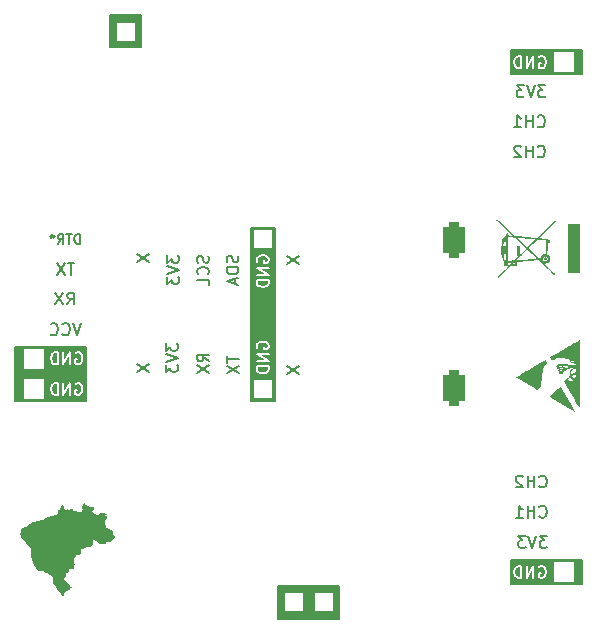
<source format=gbr>
%TF.GenerationSoftware,KiCad,Pcbnew,7.0.1*%
%TF.CreationDate,2023-05-06T15:11:30-03:00*%
%TF.ProjectId,Self_Balancing,53656c66-5f42-4616-9c61-6e63696e672e,rev?*%
%TF.SameCoordinates,Original*%
%TF.FileFunction,Legend,Bot*%
%TF.FilePolarity,Positive*%
%FSLAX46Y46*%
G04 Gerber Fmt 4.6, Leading zero omitted, Abs format (unit mm)*
G04 Created by KiCad (PCBNEW 7.0.1) date 2023-05-06 15:11:30*
%MOMM*%
%LPD*%
G01*
G04 APERTURE LIST*
G04 Aperture macros list*
%AMRoundRect*
0 Rectangle with rounded corners*
0 $1 Rounding radius*
0 $2 $3 $4 $5 $6 $7 $8 $9 X,Y pos of 4 corners*
0 Add a 4 corners polygon primitive as box body*
4,1,4,$2,$3,$4,$5,$6,$7,$8,$9,$2,$3,0*
0 Add four circle primitives for the rounded corners*
1,1,$1+$1,$2,$3*
1,1,$1+$1,$4,$5*
1,1,$1+$1,$6,$7*
1,1,$1+$1,$8,$9*
0 Add four rect primitives between the rounded corners*
20,1,$1+$1,$2,$3,$4,$5,0*
20,1,$1+$1,$4,$5,$6,$7,0*
20,1,$1+$1,$6,$7,$8,$9,0*
20,1,$1+$1,$8,$9,$2,$3,0*%
G04 Aperture macros list end*
%ADD10C,0.150000*%
%ADD11C,0.200000*%
%ADD12C,1.600000*%
%ADD13R,1.600000X1.600000*%
%ADD14C,1.524000*%
%ADD15R,1.524000X1.524000*%
%ADD16O,1.700000X1.700000*%
%ADD17R,1.700000X1.700000*%
%ADD18O,1.850000X3.048000*%
%ADD19RoundRect,0.462500X0.462500X-1.061500X0.462500X1.061500X-0.462500X1.061500X-0.462500X-1.061500X0*%
%ADD20O,1.600000X1.600000*%
G04 APERTURE END LIST*
D10*
X172300000Y-80125000D02*
X178300000Y-80125000D01*
X178300000Y-82175000D01*
X172300000Y-82175000D01*
X172300000Y-80125000D01*
G36*
X172300000Y-80125000D02*
G01*
X178300000Y-80125000D01*
X178300000Y-82175000D01*
X172300000Y-82175000D01*
X172300000Y-80125000D01*
G37*
X130300000Y-105274600D02*
X136300000Y-105274600D01*
X136300000Y-109850000D01*
X130300000Y-109850000D01*
X130300000Y-105274600D01*
G36*
X130300000Y-105274600D02*
G01*
X136300000Y-105274600D01*
X136300000Y-109850000D01*
X130300000Y-109850000D01*
X130300000Y-105274600D01*
G37*
X152600000Y-125550000D02*
X157750000Y-125550000D01*
X157750000Y-128300000D01*
X152600000Y-128300000D01*
X152600000Y-125550000D01*
G36*
X152600000Y-125550000D02*
G01*
X157750000Y-125550000D01*
X157750000Y-128300000D01*
X152600000Y-128300000D01*
X152600000Y-125550000D01*
G37*
X150300000Y-95200000D02*
X152300000Y-95200000D01*
X152300000Y-109850000D01*
X150300000Y-109850000D01*
X150300000Y-95200000D01*
G36*
X150300000Y-95200000D02*
G01*
X152300000Y-95200000D01*
X152300000Y-109850000D01*
X150300000Y-109850000D01*
X150300000Y-95200000D01*
G37*
X138350000Y-77200000D02*
X140950000Y-77200000D01*
X140950000Y-79900000D01*
X138350000Y-79900000D01*
X138350000Y-77200000D01*
G36*
X138350000Y-77200000D02*
G01*
X140950000Y-77200000D01*
X140950000Y-79900000D01*
X138350000Y-79900000D01*
X138350000Y-77200000D01*
G37*
X172300000Y-123300000D02*
X178300000Y-123300000D01*
X178300000Y-125350000D01*
X172300000Y-125350000D01*
X172300000Y-123300000D01*
G36*
X172300000Y-123300000D02*
G01*
X178300000Y-123300000D01*
X178300000Y-125350000D01*
X172300000Y-125350000D01*
X172300000Y-123300000D01*
G37*
D11*
X134716666Y-101662619D02*
X135049999Y-101186428D01*
X135288094Y-101662619D02*
X135288094Y-100662619D01*
X135288094Y-100662619D02*
X134907142Y-100662619D01*
X134907142Y-100662619D02*
X134811904Y-100710238D01*
X134811904Y-100710238D02*
X134764285Y-100757857D01*
X134764285Y-100757857D02*
X134716666Y-100853095D01*
X134716666Y-100853095D02*
X134716666Y-100995952D01*
X134716666Y-100995952D02*
X134764285Y-101091190D01*
X134764285Y-101091190D02*
X134811904Y-101138809D01*
X134811904Y-101138809D02*
X134907142Y-101186428D01*
X134907142Y-101186428D02*
X135288094Y-101186428D01*
X134383332Y-100662619D02*
X133716666Y-101662619D01*
X133716666Y-100662619D02*
X134383332Y-101662619D01*
D10*
X135769047Y-96520095D02*
X135769047Y-95720095D01*
X135769047Y-95720095D02*
X135578571Y-95720095D01*
X135578571Y-95720095D02*
X135464285Y-95758190D01*
X135464285Y-95758190D02*
X135388095Y-95834380D01*
X135388095Y-95834380D02*
X135350000Y-95910571D01*
X135350000Y-95910571D02*
X135311904Y-96062952D01*
X135311904Y-96062952D02*
X135311904Y-96177238D01*
X135311904Y-96177238D02*
X135350000Y-96329619D01*
X135350000Y-96329619D02*
X135388095Y-96405809D01*
X135388095Y-96405809D02*
X135464285Y-96482000D01*
X135464285Y-96482000D02*
X135578571Y-96520095D01*
X135578571Y-96520095D02*
X135769047Y-96520095D01*
X135083333Y-95720095D02*
X134626190Y-95720095D01*
X134854762Y-96520095D02*
X134854762Y-95720095D01*
X133902380Y-96520095D02*
X134169047Y-96139142D01*
X134359523Y-96520095D02*
X134359523Y-95720095D01*
X134359523Y-95720095D02*
X134054761Y-95720095D01*
X134054761Y-95720095D02*
X133978571Y-95758190D01*
X133978571Y-95758190D02*
X133940476Y-95796285D01*
X133940476Y-95796285D02*
X133902380Y-95872476D01*
X133902380Y-95872476D02*
X133902380Y-95986761D01*
X133902380Y-95986761D02*
X133940476Y-96062952D01*
X133940476Y-96062952D02*
X133978571Y-96101047D01*
X133978571Y-96101047D02*
X134054761Y-96139142D01*
X134054761Y-96139142D02*
X134359523Y-96139142D01*
X133445238Y-95720095D02*
X133445238Y-95910571D01*
X133635714Y-95834380D02*
X133445238Y-95910571D01*
X133445238Y-95910571D02*
X133254761Y-95834380D01*
X133559523Y-96062952D02*
X133445238Y-95910571D01*
X133445238Y-95910571D02*
X133330952Y-96062952D01*
D11*
X175188094Y-83112619D02*
X174569047Y-83112619D01*
X174569047Y-83112619D02*
X174902380Y-83493571D01*
X174902380Y-83493571D02*
X174759523Y-83493571D01*
X174759523Y-83493571D02*
X174664285Y-83541190D01*
X174664285Y-83541190D02*
X174616666Y-83588809D01*
X174616666Y-83588809D02*
X174569047Y-83684047D01*
X174569047Y-83684047D02*
X174569047Y-83922142D01*
X174569047Y-83922142D02*
X174616666Y-84017380D01*
X174616666Y-84017380D02*
X174664285Y-84065000D01*
X174664285Y-84065000D02*
X174759523Y-84112619D01*
X174759523Y-84112619D02*
X175045237Y-84112619D01*
X175045237Y-84112619D02*
X175140475Y-84065000D01*
X175140475Y-84065000D02*
X175188094Y-84017380D01*
X174283332Y-83112619D02*
X173949999Y-84112619D01*
X173949999Y-84112619D02*
X173616666Y-83112619D01*
X173378570Y-83112619D02*
X172759523Y-83112619D01*
X172759523Y-83112619D02*
X173092856Y-83493571D01*
X173092856Y-83493571D02*
X172949999Y-83493571D01*
X172949999Y-83493571D02*
X172854761Y-83541190D01*
X172854761Y-83541190D02*
X172807142Y-83588809D01*
X172807142Y-83588809D02*
X172759523Y-83684047D01*
X172759523Y-83684047D02*
X172759523Y-83922142D01*
X172759523Y-83922142D02*
X172807142Y-84017380D01*
X172807142Y-84017380D02*
X172854761Y-84065000D01*
X172854761Y-84065000D02*
X172949999Y-84112619D01*
X172949999Y-84112619D02*
X173235713Y-84112619D01*
X173235713Y-84112619D02*
X173330951Y-84065000D01*
X173330951Y-84065000D02*
X173378570Y-84017380D01*
X143062619Y-104961905D02*
X143062619Y-105580952D01*
X143062619Y-105580952D02*
X143443571Y-105247619D01*
X143443571Y-105247619D02*
X143443571Y-105390476D01*
X143443571Y-105390476D02*
X143491190Y-105485714D01*
X143491190Y-105485714D02*
X143538809Y-105533333D01*
X143538809Y-105533333D02*
X143634047Y-105580952D01*
X143634047Y-105580952D02*
X143872142Y-105580952D01*
X143872142Y-105580952D02*
X143967380Y-105533333D01*
X143967380Y-105533333D02*
X144015000Y-105485714D01*
X144015000Y-105485714D02*
X144062619Y-105390476D01*
X144062619Y-105390476D02*
X144062619Y-105104762D01*
X144062619Y-105104762D02*
X144015000Y-105009524D01*
X144015000Y-105009524D02*
X143967380Y-104961905D01*
X143062619Y-105866667D02*
X144062619Y-106200000D01*
X144062619Y-106200000D02*
X143062619Y-106533333D01*
X143062619Y-106771429D02*
X143062619Y-107390476D01*
X143062619Y-107390476D02*
X143443571Y-107057143D01*
X143443571Y-107057143D02*
X143443571Y-107200000D01*
X143443571Y-107200000D02*
X143491190Y-107295238D01*
X143491190Y-107295238D02*
X143538809Y-107342857D01*
X143538809Y-107342857D02*
X143634047Y-107390476D01*
X143634047Y-107390476D02*
X143872142Y-107390476D01*
X143872142Y-107390476D02*
X143967380Y-107342857D01*
X143967380Y-107342857D02*
X144015000Y-107295238D01*
X144015000Y-107295238D02*
X144062619Y-107200000D01*
X144062619Y-107200000D02*
X144062619Y-106914286D01*
X144062619Y-106914286D02*
X144015000Y-106819048D01*
X144015000Y-106819048D02*
X143967380Y-106771429D01*
X146712619Y-106483333D02*
X146236428Y-106150000D01*
X146712619Y-105911905D02*
X145712619Y-105911905D01*
X145712619Y-105911905D02*
X145712619Y-106292857D01*
X145712619Y-106292857D02*
X145760238Y-106388095D01*
X145760238Y-106388095D02*
X145807857Y-106435714D01*
X145807857Y-106435714D02*
X145903095Y-106483333D01*
X145903095Y-106483333D02*
X146045952Y-106483333D01*
X146045952Y-106483333D02*
X146141190Y-106435714D01*
X146141190Y-106435714D02*
X146188809Y-106388095D01*
X146188809Y-106388095D02*
X146236428Y-106292857D01*
X146236428Y-106292857D02*
X146236428Y-105911905D01*
X145712619Y-106816667D02*
X146712619Y-107483333D01*
X145712619Y-107483333D02*
X146712619Y-106816667D01*
X148262619Y-106038095D02*
X148262619Y-106609523D01*
X149262619Y-106323809D02*
X148262619Y-106323809D01*
X148262619Y-106847619D02*
X149262619Y-107514285D01*
X148262619Y-107514285D02*
X149262619Y-106847619D01*
X140612619Y-106716667D02*
X141612619Y-107383333D01*
X140612619Y-107383333D02*
X141612619Y-106716667D01*
X149165000Y-97535714D02*
X149212619Y-97678571D01*
X149212619Y-97678571D02*
X149212619Y-97916666D01*
X149212619Y-97916666D02*
X149165000Y-98011904D01*
X149165000Y-98011904D02*
X149117380Y-98059523D01*
X149117380Y-98059523D02*
X149022142Y-98107142D01*
X149022142Y-98107142D02*
X148926904Y-98107142D01*
X148926904Y-98107142D02*
X148831666Y-98059523D01*
X148831666Y-98059523D02*
X148784047Y-98011904D01*
X148784047Y-98011904D02*
X148736428Y-97916666D01*
X148736428Y-97916666D02*
X148688809Y-97726190D01*
X148688809Y-97726190D02*
X148641190Y-97630952D01*
X148641190Y-97630952D02*
X148593571Y-97583333D01*
X148593571Y-97583333D02*
X148498333Y-97535714D01*
X148498333Y-97535714D02*
X148403095Y-97535714D01*
X148403095Y-97535714D02*
X148307857Y-97583333D01*
X148307857Y-97583333D02*
X148260238Y-97630952D01*
X148260238Y-97630952D02*
X148212619Y-97726190D01*
X148212619Y-97726190D02*
X148212619Y-97964285D01*
X148212619Y-97964285D02*
X148260238Y-98107142D01*
X149212619Y-98535714D02*
X148212619Y-98535714D01*
X148212619Y-98535714D02*
X148212619Y-98773809D01*
X148212619Y-98773809D02*
X148260238Y-98916666D01*
X148260238Y-98916666D02*
X148355476Y-99011904D01*
X148355476Y-99011904D02*
X148450714Y-99059523D01*
X148450714Y-99059523D02*
X148641190Y-99107142D01*
X148641190Y-99107142D02*
X148784047Y-99107142D01*
X148784047Y-99107142D02*
X148974523Y-99059523D01*
X148974523Y-99059523D02*
X149069761Y-99011904D01*
X149069761Y-99011904D02*
X149165000Y-98916666D01*
X149165000Y-98916666D02*
X149212619Y-98773809D01*
X149212619Y-98773809D02*
X149212619Y-98535714D01*
X148926904Y-99488095D02*
X148926904Y-99964285D01*
X149212619Y-99392857D02*
X148212619Y-99726190D01*
X148212619Y-99726190D02*
X149212619Y-100059523D01*
X174690476Y-119617380D02*
X174738095Y-119665000D01*
X174738095Y-119665000D02*
X174880952Y-119712619D01*
X174880952Y-119712619D02*
X174976190Y-119712619D01*
X174976190Y-119712619D02*
X175119047Y-119665000D01*
X175119047Y-119665000D02*
X175214285Y-119569761D01*
X175214285Y-119569761D02*
X175261904Y-119474523D01*
X175261904Y-119474523D02*
X175309523Y-119284047D01*
X175309523Y-119284047D02*
X175309523Y-119141190D01*
X175309523Y-119141190D02*
X175261904Y-118950714D01*
X175261904Y-118950714D02*
X175214285Y-118855476D01*
X175214285Y-118855476D02*
X175119047Y-118760238D01*
X175119047Y-118760238D02*
X174976190Y-118712619D01*
X174976190Y-118712619D02*
X174880952Y-118712619D01*
X174880952Y-118712619D02*
X174738095Y-118760238D01*
X174738095Y-118760238D02*
X174690476Y-118807857D01*
X174261904Y-119712619D02*
X174261904Y-118712619D01*
X174261904Y-119188809D02*
X173690476Y-119188809D01*
X173690476Y-119712619D02*
X173690476Y-118712619D01*
X172690476Y-119712619D02*
X173261904Y-119712619D01*
X172976190Y-119712619D02*
X172976190Y-118712619D01*
X172976190Y-118712619D02*
X173071428Y-118855476D01*
X173071428Y-118855476D02*
X173166666Y-118950714D01*
X173166666Y-118950714D02*
X173261904Y-118998333D01*
X174690476Y-117067380D02*
X174738095Y-117115000D01*
X174738095Y-117115000D02*
X174880952Y-117162619D01*
X174880952Y-117162619D02*
X174976190Y-117162619D01*
X174976190Y-117162619D02*
X175119047Y-117115000D01*
X175119047Y-117115000D02*
X175214285Y-117019761D01*
X175214285Y-117019761D02*
X175261904Y-116924523D01*
X175261904Y-116924523D02*
X175309523Y-116734047D01*
X175309523Y-116734047D02*
X175309523Y-116591190D01*
X175309523Y-116591190D02*
X175261904Y-116400714D01*
X175261904Y-116400714D02*
X175214285Y-116305476D01*
X175214285Y-116305476D02*
X175119047Y-116210238D01*
X175119047Y-116210238D02*
X174976190Y-116162619D01*
X174976190Y-116162619D02*
X174880952Y-116162619D01*
X174880952Y-116162619D02*
X174738095Y-116210238D01*
X174738095Y-116210238D02*
X174690476Y-116257857D01*
X174261904Y-117162619D02*
X174261904Y-116162619D01*
X174261904Y-116638809D02*
X173690476Y-116638809D01*
X173690476Y-117162619D02*
X173690476Y-116162619D01*
X173261904Y-116257857D02*
X173214285Y-116210238D01*
X173214285Y-116210238D02*
X173119047Y-116162619D01*
X173119047Y-116162619D02*
X172880952Y-116162619D01*
X172880952Y-116162619D02*
X172785714Y-116210238D01*
X172785714Y-116210238D02*
X172738095Y-116257857D01*
X172738095Y-116257857D02*
X172690476Y-116353095D01*
X172690476Y-116353095D02*
X172690476Y-116448333D01*
X172690476Y-116448333D02*
X172738095Y-116591190D01*
X172738095Y-116591190D02*
X173309523Y-117162619D01*
X173309523Y-117162619D02*
X172690476Y-117162619D01*
X135883332Y-103262619D02*
X135549999Y-104262619D01*
X135549999Y-104262619D02*
X135216666Y-103262619D01*
X134311904Y-104167380D02*
X134359523Y-104215000D01*
X134359523Y-104215000D02*
X134502380Y-104262619D01*
X134502380Y-104262619D02*
X134597618Y-104262619D01*
X134597618Y-104262619D02*
X134740475Y-104215000D01*
X134740475Y-104215000D02*
X134835713Y-104119761D01*
X134835713Y-104119761D02*
X134883332Y-104024523D01*
X134883332Y-104024523D02*
X134930951Y-103834047D01*
X134930951Y-103834047D02*
X134930951Y-103691190D01*
X134930951Y-103691190D02*
X134883332Y-103500714D01*
X134883332Y-103500714D02*
X134835713Y-103405476D01*
X134835713Y-103405476D02*
X134740475Y-103310238D01*
X134740475Y-103310238D02*
X134597618Y-103262619D01*
X134597618Y-103262619D02*
X134502380Y-103262619D01*
X134502380Y-103262619D02*
X134359523Y-103310238D01*
X134359523Y-103310238D02*
X134311904Y-103357857D01*
X133311904Y-104167380D02*
X133359523Y-104215000D01*
X133359523Y-104215000D02*
X133502380Y-104262619D01*
X133502380Y-104262619D02*
X133597618Y-104262619D01*
X133597618Y-104262619D02*
X133740475Y-104215000D01*
X133740475Y-104215000D02*
X133835713Y-104119761D01*
X133835713Y-104119761D02*
X133883332Y-104024523D01*
X133883332Y-104024523D02*
X133930951Y-103834047D01*
X133930951Y-103834047D02*
X133930951Y-103691190D01*
X133930951Y-103691190D02*
X133883332Y-103500714D01*
X133883332Y-103500714D02*
X133835713Y-103405476D01*
X133835713Y-103405476D02*
X133740475Y-103310238D01*
X133740475Y-103310238D02*
X133597618Y-103262619D01*
X133597618Y-103262619D02*
X133502380Y-103262619D01*
X133502380Y-103262619D02*
X133359523Y-103310238D01*
X133359523Y-103310238D02*
X133311904Y-103357857D01*
X174540476Y-86567380D02*
X174588095Y-86615000D01*
X174588095Y-86615000D02*
X174730952Y-86662619D01*
X174730952Y-86662619D02*
X174826190Y-86662619D01*
X174826190Y-86662619D02*
X174969047Y-86615000D01*
X174969047Y-86615000D02*
X175064285Y-86519761D01*
X175064285Y-86519761D02*
X175111904Y-86424523D01*
X175111904Y-86424523D02*
X175159523Y-86234047D01*
X175159523Y-86234047D02*
X175159523Y-86091190D01*
X175159523Y-86091190D02*
X175111904Y-85900714D01*
X175111904Y-85900714D02*
X175064285Y-85805476D01*
X175064285Y-85805476D02*
X174969047Y-85710238D01*
X174969047Y-85710238D02*
X174826190Y-85662619D01*
X174826190Y-85662619D02*
X174730952Y-85662619D01*
X174730952Y-85662619D02*
X174588095Y-85710238D01*
X174588095Y-85710238D02*
X174540476Y-85757857D01*
X174111904Y-86662619D02*
X174111904Y-85662619D01*
X174111904Y-86138809D02*
X173540476Y-86138809D01*
X173540476Y-86662619D02*
X173540476Y-85662619D01*
X172540476Y-86662619D02*
X173111904Y-86662619D01*
X172826190Y-86662619D02*
X172826190Y-85662619D01*
X172826190Y-85662619D02*
X172921428Y-85805476D01*
X172921428Y-85805476D02*
X173016666Y-85900714D01*
X173016666Y-85900714D02*
X173111904Y-85948333D01*
X146665000Y-97559524D02*
X146712619Y-97702381D01*
X146712619Y-97702381D02*
X146712619Y-97940476D01*
X146712619Y-97940476D02*
X146665000Y-98035714D01*
X146665000Y-98035714D02*
X146617380Y-98083333D01*
X146617380Y-98083333D02*
X146522142Y-98130952D01*
X146522142Y-98130952D02*
X146426904Y-98130952D01*
X146426904Y-98130952D02*
X146331666Y-98083333D01*
X146331666Y-98083333D02*
X146284047Y-98035714D01*
X146284047Y-98035714D02*
X146236428Y-97940476D01*
X146236428Y-97940476D02*
X146188809Y-97750000D01*
X146188809Y-97750000D02*
X146141190Y-97654762D01*
X146141190Y-97654762D02*
X146093571Y-97607143D01*
X146093571Y-97607143D02*
X145998333Y-97559524D01*
X145998333Y-97559524D02*
X145903095Y-97559524D01*
X145903095Y-97559524D02*
X145807857Y-97607143D01*
X145807857Y-97607143D02*
X145760238Y-97654762D01*
X145760238Y-97654762D02*
X145712619Y-97750000D01*
X145712619Y-97750000D02*
X145712619Y-97988095D01*
X145712619Y-97988095D02*
X145760238Y-98130952D01*
X146617380Y-99130952D02*
X146665000Y-99083333D01*
X146665000Y-99083333D02*
X146712619Y-98940476D01*
X146712619Y-98940476D02*
X146712619Y-98845238D01*
X146712619Y-98845238D02*
X146665000Y-98702381D01*
X146665000Y-98702381D02*
X146569761Y-98607143D01*
X146569761Y-98607143D02*
X146474523Y-98559524D01*
X146474523Y-98559524D02*
X146284047Y-98511905D01*
X146284047Y-98511905D02*
X146141190Y-98511905D01*
X146141190Y-98511905D02*
X145950714Y-98559524D01*
X145950714Y-98559524D02*
X145855476Y-98607143D01*
X145855476Y-98607143D02*
X145760238Y-98702381D01*
X145760238Y-98702381D02*
X145712619Y-98845238D01*
X145712619Y-98845238D02*
X145712619Y-98940476D01*
X145712619Y-98940476D02*
X145760238Y-99083333D01*
X145760238Y-99083333D02*
X145807857Y-99130952D01*
X146712619Y-100035714D02*
X146712619Y-99559524D01*
X146712619Y-99559524D02*
X145712619Y-99559524D01*
X140612619Y-97416667D02*
X141612619Y-98083333D01*
X140612619Y-98083333D02*
X141612619Y-97416667D01*
X153312619Y-97566667D02*
X154312619Y-98233333D01*
X153312619Y-98233333D02*
X154312619Y-97566667D01*
X135311904Y-98162619D02*
X134740476Y-98162619D01*
X135026190Y-99162619D02*
X135026190Y-98162619D01*
X134502380Y-98162619D02*
X133835714Y-99162619D01*
X133835714Y-98162619D02*
X134502380Y-99162619D01*
X174540476Y-89117380D02*
X174588095Y-89165000D01*
X174588095Y-89165000D02*
X174730952Y-89212619D01*
X174730952Y-89212619D02*
X174826190Y-89212619D01*
X174826190Y-89212619D02*
X174969047Y-89165000D01*
X174969047Y-89165000D02*
X175064285Y-89069761D01*
X175064285Y-89069761D02*
X175111904Y-88974523D01*
X175111904Y-88974523D02*
X175159523Y-88784047D01*
X175159523Y-88784047D02*
X175159523Y-88641190D01*
X175159523Y-88641190D02*
X175111904Y-88450714D01*
X175111904Y-88450714D02*
X175064285Y-88355476D01*
X175064285Y-88355476D02*
X174969047Y-88260238D01*
X174969047Y-88260238D02*
X174826190Y-88212619D01*
X174826190Y-88212619D02*
X174730952Y-88212619D01*
X174730952Y-88212619D02*
X174588095Y-88260238D01*
X174588095Y-88260238D02*
X174540476Y-88307857D01*
X174111904Y-89212619D02*
X174111904Y-88212619D01*
X174111904Y-88688809D02*
X173540476Y-88688809D01*
X173540476Y-89212619D02*
X173540476Y-88212619D01*
X173111904Y-88307857D02*
X173064285Y-88260238D01*
X173064285Y-88260238D02*
X172969047Y-88212619D01*
X172969047Y-88212619D02*
X172730952Y-88212619D01*
X172730952Y-88212619D02*
X172635714Y-88260238D01*
X172635714Y-88260238D02*
X172588095Y-88307857D01*
X172588095Y-88307857D02*
X172540476Y-88403095D01*
X172540476Y-88403095D02*
X172540476Y-88498333D01*
X172540476Y-88498333D02*
X172588095Y-88641190D01*
X172588095Y-88641190D02*
X173159523Y-89212619D01*
X173159523Y-89212619D02*
X172540476Y-89212619D01*
X143162619Y-97511905D02*
X143162619Y-98130952D01*
X143162619Y-98130952D02*
X143543571Y-97797619D01*
X143543571Y-97797619D02*
X143543571Y-97940476D01*
X143543571Y-97940476D02*
X143591190Y-98035714D01*
X143591190Y-98035714D02*
X143638809Y-98083333D01*
X143638809Y-98083333D02*
X143734047Y-98130952D01*
X143734047Y-98130952D02*
X143972142Y-98130952D01*
X143972142Y-98130952D02*
X144067380Y-98083333D01*
X144067380Y-98083333D02*
X144115000Y-98035714D01*
X144115000Y-98035714D02*
X144162619Y-97940476D01*
X144162619Y-97940476D02*
X144162619Y-97654762D01*
X144162619Y-97654762D02*
X144115000Y-97559524D01*
X144115000Y-97559524D02*
X144067380Y-97511905D01*
X143162619Y-98416667D02*
X144162619Y-98750000D01*
X144162619Y-98750000D02*
X143162619Y-99083333D01*
X143162619Y-99321429D02*
X143162619Y-99940476D01*
X143162619Y-99940476D02*
X143543571Y-99607143D01*
X143543571Y-99607143D02*
X143543571Y-99750000D01*
X143543571Y-99750000D02*
X143591190Y-99845238D01*
X143591190Y-99845238D02*
X143638809Y-99892857D01*
X143638809Y-99892857D02*
X143734047Y-99940476D01*
X143734047Y-99940476D02*
X143972142Y-99940476D01*
X143972142Y-99940476D02*
X144067380Y-99892857D01*
X144067380Y-99892857D02*
X144115000Y-99845238D01*
X144115000Y-99845238D02*
X144162619Y-99750000D01*
X144162619Y-99750000D02*
X144162619Y-99464286D01*
X144162619Y-99464286D02*
X144115000Y-99369048D01*
X144115000Y-99369048D02*
X144067380Y-99321429D01*
X175338094Y-121262619D02*
X174719047Y-121262619D01*
X174719047Y-121262619D02*
X175052380Y-121643571D01*
X175052380Y-121643571D02*
X174909523Y-121643571D01*
X174909523Y-121643571D02*
X174814285Y-121691190D01*
X174814285Y-121691190D02*
X174766666Y-121738809D01*
X174766666Y-121738809D02*
X174719047Y-121834047D01*
X174719047Y-121834047D02*
X174719047Y-122072142D01*
X174719047Y-122072142D02*
X174766666Y-122167380D01*
X174766666Y-122167380D02*
X174814285Y-122215000D01*
X174814285Y-122215000D02*
X174909523Y-122262619D01*
X174909523Y-122262619D02*
X175195237Y-122262619D01*
X175195237Y-122262619D02*
X175290475Y-122215000D01*
X175290475Y-122215000D02*
X175338094Y-122167380D01*
X174433332Y-121262619D02*
X174099999Y-122262619D01*
X174099999Y-122262619D02*
X173766666Y-121262619D01*
X173528570Y-121262619D02*
X172909523Y-121262619D01*
X172909523Y-121262619D02*
X173242856Y-121643571D01*
X173242856Y-121643571D02*
X173099999Y-121643571D01*
X173099999Y-121643571D02*
X173004761Y-121691190D01*
X173004761Y-121691190D02*
X172957142Y-121738809D01*
X172957142Y-121738809D02*
X172909523Y-121834047D01*
X172909523Y-121834047D02*
X172909523Y-122072142D01*
X172909523Y-122072142D02*
X172957142Y-122167380D01*
X172957142Y-122167380D02*
X173004761Y-122215000D01*
X173004761Y-122215000D02*
X173099999Y-122262619D01*
X173099999Y-122262619D02*
X173385713Y-122262619D01*
X173385713Y-122262619D02*
X173480951Y-122215000D01*
X173480951Y-122215000D02*
X173528570Y-122167380D01*
X153312619Y-106866667D02*
X154312619Y-107533333D01*
X153312619Y-107533333D02*
X154312619Y-106866667D01*
%TO.C,G\u002A\u002A\u002A*%
G36*
X136177535Y-118497402D02*
G01*
X136195876Y-118515713D01*
X136211826Y-118555433D01*
X136230646Y-118601175D01*
X136260102Y-118637489D01*
X136300329Y-118656210D01*
X136311980Y-118660136D01*
X136347892Y-118678720D01*
X136385390Y-118704600D01*
X136401633Y-118716168D01*
X136451449Y-118743171D01*
X136502412Y-118762117D01*
X136523714Y-118768391D01*
X136580982Y-118789298D01*
X136633294Y-118812947D01*
X136655924Y-118824482D01*
X136687179Y-118837878D01*
X136715375Y-118843455D01*
X136747521Y-118841230D01*
X136790621Y-118831218D01*
X136851683Y-118813435D01*
X136900057Y-118800060D01*
X136965581Y-118786236D01*
X137016363Y-118781142D01*
X137049188Y-118785012D01*
X137060844Y-118798083D01*
X137057540Y-118809284D01*
X137038240Y-118834660D01*
X137008952Y-118859851D01*
X136978100Y-118876839D01*
X136970196Y-118880370D01*
X136959927Y-118895467D01*
X136963062Y-118925746D01*
X136966855Y-118957824D01*
X136964239Y-119011406D01*
X136953535Y-119062555D01*
X136936523Y-119099611D01*
X136925953Y-119109605D01*
X136893466Y-119129251D01*
X136852136Y-119146632D01*
X136786274Y-119168928D01*
X136894146Y-119279728D01*
X136897578Y-119283247D01*
X136951379Y-119336230D01*
X136994220Y-119372941D01*
X137031190Y-119397301D01*
X137067380Y-119413233D01*
X137106347Y-119427025D01*
X137163897Y-119447874D01*
X137220079Y-119468642D01*
X137307414Y-119501345D01*
X137370309Y-119467863D01*
X137395588Y-119455065D01*
X137429424Y-119440181D01*
X137449400Y-119434382D01*
X137462692Y-119424485D01*
X137473444Y-119398432D01*
X137476633Y-119384640D01*
X137500784Y-119314737D01*
X137532938Y-119269633D01*
X137544481Y-119259990D01*
X137558633Y-119255629D01*
X137575942Y-119265267D01*
X137604007Y-119291215D01*
X137618528Y-119305014D01*
X137642004Y-119323448D01*
X137659271Y-119326779D01*
X137678293Y-119317865D01*
X137698444Y-119308955D01*
X137710823Y-119311679D01*
X137718872Y-119329826D01*
X137733539Y-119345376D01*
X137758407Y-119355103D01*
X137798790Y-119360895D01*
X137860003Y-119364637D01*
X137884782Y-119365858D01*
X137943301Y-119369405D01*
X137993151Y-119373291D01*
X138025604Y-119376872D01*
X138049648Y-119381534D01*
X138062609Y-119390826D01*
X138066396Y-119411710D01*
X138064822Y-119451438D01*
X138060896Y-119519353D01*
X138003512Y-119514999D01*
X137990278Y-119514273D01*
X137950603Y-119518560D01*
X137932265Y-119535541D01*
X137933321Y-119566648D01*
X137933415Y-119566997D01*
X137950947Y-119587526D01*
X137991312Y-119599675D01*
X137997835Y-119600857D01*
X138039278Y-119613544D01*
X138071220Y-119630909D01*
X138073587Y-119632834D01*
X138087845Y-119646643D01*
X138093236Y-119662294D01*
X138090471Y-119687593D01*
X138080258Y-119730347D01*
X138079423Y-119733620D01*
X138064950Y-119779697D01*
X138048457Y-119807285D01*
X138025765Y-119823530D01*
X138013070Y-119831337D01*
X137986759Y-119862371D01*
X137962167Y-119915119D01*
X137958344Y-119925246D01*
X137949529Y-119950700D01*
X137943518Y-119975015D01*
X137940126Y-120002730D01*
X137939169Y-120038382D01*
X137940464Y-120086510D01*
X137943827Y-120151651D01*
X137949074Y-120238344D01*
X137954099Y-120315334D01*
X137959712Y-120393238D01*
X137965142Y-120461157D01*
X137969957Y-120513719D01*
X137973726Y-120545550D01*
X137983002Y-120604376D01*
X138049164Y-120600102D01*
X138052310Y-120599905D01*
X138095569Y-120599997D01*
X138126296Y-120609112D01*
X138156848Y-120630768D01*
X138166400Y-120638034D01*
X138214913Y-120663403D01*
X138273432Y-120681294D01*
X138305288Y-120689697D01*
X138372261Y-120718278D01*
X138449212Y-120765012D01*
X138475056Y-120782709D01*
X138514708Y-120812025D01*
X138538819Y-120835088D01*
X138552003Y-120856825D01*
X138558872Y-120882167D01*
X138559399Y-120884910D01*
X138572943Y-120928504D01*
X138592146Y-120965890D01*
X138607569Y-120992653D01*
X138614912Y-121035568D01*
X138597287Y-121075758D01*
X138593204Y-121081379D01*
X138578393Y-121115525D01*
X138588226Y-121141263D01*
X138623136Y-121160000D01*
X138626154Y-121161011D01*
X138674142Y-121183910D01*
X138700158Y-121214571D01*
X138707988Y-121257338D01*
X138707993Y-121258339D01*
X138713898Y-121293094D01*
X138727597Y-121316831D01*
X138738127Y-121327874D01*
X138747205Y-121347732D01*
X138745704Y-121356000D01*
X138730514Y-121386498D01*
X138702769Y-121426433D01*
X138667193Y-121469865D01*
X138628512Y-121510857D01*
X138591452Y-121543469D01*
X138585949Y-121547697D01*
X138543215Y-121584814D01*
X138521386Y-121616121D01*
X138518174Y-121646904D01*
X138531292Y-121682445D01*
X138543140Y-121707617D01*
X138544142Y-121722380D01*
X138531936Y-121730262D01*
X138511697Y-121733252D01*
X138478699Y-121729655D01*
X138466192Y-121727292D01*
X138411216Y-121730878D01*
X138357839Y-121752627D01*
X138317075Y-121788530D01*
X138306193Y-121802724D01*
X138287505Y-121819781D01*
X138264389Y-121824391D01*
X138226231Y-121820261D01*
X138162661Y-121803796D01*
X138102685Y-121770426D01*
X138041991Y-121716407D01*
X138025990Y-121700319D01*
X138002144Y-121678390D01*
X137989596Y-121669791D01*
X137987501Y-121674715D01*
X137984358Y-121700408D01*
X137981809Y-121743121D01*
X137980266Y-121797248D01*
X137979412Y-121827776D01*
X137975814Y-121885328D01*
X137970343Y-121932779D01*
X137963802Y-121962106D01*
X137953448Y-121983979D01*
X137937210Y-121994055D01*
X137907065Y-121990309D01*
X137906981Y-121990291D01*
X137877526Y-121986043D01*
X137828744Y-121981278D01*
X137767397Y-121976575D01*
X137700245Y-121972518D01*
X137660372Y-121970338D01*
X137602052Y-121966231D01*
X137561020Y-121961131D01*
X137531495Y-121953848D01*
X137507698Y-121943193D01*
X137483845Y-121927974D01*
X137467326Y-121917276D01*
X137432641Y-121899179D01*
X137407987Y-121892024D01*
X137394707Y-121886443D01*
X137365588Y-121865214D01*
X137327256Y-121831827D01*
X137284500Y-121790228D01*
X137248931Y-121754466D01*
X137209738Y-121718392D01*
X137176874Y-121694320D01*
X137143980Y-121677801D01*
X137104697Y-121664383D01*
X137066313Y-121654143D01*
X137014395Y-121643494D01*
X136973971Y-121638722D01*
X136923582Y-121637109D01*
X136921318Y-121709008D01*
X136921296Y-121709683D01*
X136918579Y-121760069D01*
X136913708Y-121822765D01*
X136907721Y-121884362D01*
X136896389Y-121987816D01*
X136818478Y-122059305D01*
X136769063Y-122101528D01*
X136698984Y-122148150D01*
X136636180Y-122171851D01*
X136579032Y-122173401D01*
X136539145Y-122170554D01*
X136481102Y-122177051D01*
X136428879Y-122193561D01*
X136392367Y-122217734D01*
X136367325Y-122235586D01*
X136332796Y-122244984D01*
X136332783Y-122244984D01*
X136304349Y-122251259D01*
X136262681Y-122267696D01*
X136216796Y-122290738D01*
X136196872Y-122301608D01*
X136149780Y-122323247D01*
X136107832Y-122333745D01*
X136059371Y-122336492D01*
X136013939Y-122338649D01*
X135973102Y-122348772D01*
X135934956Y-122370315D01*
X135934175Y-122370856D01*
X135907577Y-122391354D01*
X135892018Y-122412041D01*
X135883271Y-122441552D01*
X135877113Y-122488522D01*
X135874077Y-122529162D01*
X135873347Y-122583199D01*
X135876416Y-122625061D01*
X135879617Y-122656316D01*
X135873519Y-122682740D01*
X135852841Y-122706794D01*
X135840168Y-122720891D01*
X135821767Y-122758256D01*
X135809875Y-122814224D01*
X135806396Y-122843077D01*
X135802908Y-122864378D01*
X135795748Y-122878610D01*
X135781172Y-122886826D01*
X135755438Y-122890079D01*
X135714800Y-122889420D01*
X135655515Y-122885904D01*
X135573840Y-122880581D01*
X135426773Y-122871401D01*
X135426773Y-122951375D01*
X135426494Y-122986397D01*
X135423482Y-123013279D01*
X135414417Y-123035769D01*
X135395975Y-123059363D01*
X135364835Y-123089558D01*
X135317675Y-123131848D01*
X135288450Y-123169838D01*
X135268812Y-123230942D01*
X135265848Y-123305879D01*
X135279632Y-123391157D01*
X135310240Y-123483285D01*
X135317121Y-123502072D01*
X135320734Y-123534274D01*
X135310681Y-123572456D01*
X135301528Y-123602196D01*
X135302272Y-123624225D01*
X135315920Y-123644040D01*
X135324840Y-123654737D01*
X135331436Y-123670797D01*
X135328576Y-123693349D01*
X135316297Y-123731348D01*
X135312654Y-123743118D01*
X135301914Y-123791898D01*
X135292720Y-123852884D01*
X135286747Y-123915635D01*
X135285269Y-123937818D01*
X135280539Y-123989704D01*
X135274343Y-124022959D01*
X135265284Y-124043230D01*
X135251963Y-124056165D01*
X135246695Y-124059179D01*
X135212371Y-124068635D01*
X135162862Y-124074040D01*
X135106374Y-124075412D01*
X135051114Y-124072772D01*
X135005286Y-124066137D01*
X134977097Y-124055526D01*
X134963750Y-124046779D01*
X134944258Y-124044506D01*
X134916774Y-124057714D01*
X134913112Y-124059934D01*
X134880075Y-124087761D01*
X134856048Y-124126872D01*
X134838813Y-124182186D01*
X134826152Y-124258620D01*
X134823957Y-124276334D01*
X134818039Y-124326472D01*
X134813913Y-124365085D01*
X134812362Y-124384972D01*
X134802658Y-124402835D01*
X134778870Y-124423300D01*
X134775661Y-124425388D01*
X134752475Y-124437405D01*
X134731434Y-124436794D01*
X134699991Y-124423601D01*
X134660043Y-124407123D01*
X134626440Y-124403054D01*
X134604470Y-124417541D01*
X134589314Y-124451811D01*
X134587791Y-124457065D01*
X134581556Y-124491986D01*
X134584244Y-124529064D01*
X134596470Y-124579268D01*
X134605792Y-124614870D01*
X134615905Y-124661928D01*
X134620686Y-124696090D01*
X134621103Y-124706457D01*
X134617903Y-124726310D01*
X134602637Y-124735318D01*
X134568270Y-124739278D01*
X134558943Y-124740055D01*
X134522940Y-124747225D01*
X134499564Y-124764007D01*
X134483932Y-124795885D01*
X134471160Y-124848346D01*
X134467186Y-124872632D01*
X134466906Y-124947947D01*
X134485105Y-125013217D01*
X134520563Y-125063140D01*
X134541819Y-125080281D01*
X134582092Y-125107983D01*
X134626912Y-125135200D01*
X134627993Y-125135813D01*
X134675277Y-125166737D01*
X134728855Y-125207705D01*
X134777335Y-125250021D01*
X134779045Y-125251663D01*
X134808291Y-125282364D01*
X134846779Y-125326215D01*
X134891609Y-125379534D01*
X134939877Y-125438643D01*
X134988682Y-125499860D01*
X135035121Y-125559508D01*
X135076292Y-125613906D01*
X135109293Y-125659374D01*
X135131222Y-125692233D01*
X135139177Y-125708803D01*
X135131549Y-125713798D01*
X135102772Y-125716309D01*
X135057473Y-125714234D01*
X135042416Y-125712954D01*
X135002588Y-125711110D01*
X134975731Y-125715953D01*
X134951664Y-125730801D01*
X134920211Y-125758969D01*
X134908344Y-125770434D01*
X134875323Y-125811127D01*
X134864653Y-125844966D01*
X134864402Y-125852084D01*
X134855802Y-125874104D01*
X134832887Y-125877747D01*
X134792843Y-125863747D01*
X134787411Y-125861347D01*
X134765759Y-125855981D01*
X134746775Y-125864356D01*
X134721066Y-125889892D01*
X134711393Y-125899920D01*
X134684717Y-125922454D01*
X134665743Y-125931448D01*
X134659495Y-125932788D01*
X134634269Y-125945964D01*
X134602912Y-125968659D01*
X134592449Y-125977026D01*
X134556990Y-126003148D01*
X134528644Y-126021083D01*
X134509804Y-126036393D01*
X134481389Y-126068287D01*
X134452158Y-126108134D01*
X134438266Y-126129260D01*
X134419356Y-126161827D01*
X134410565Y-126189578D01*
X134409480Y-126222780D01*
X134413686Y-126271702D01*
X134417181Y-126319625D01*
X134415515Y-126360268D01*
X134406869Y-126382746D01*
X134396038Y-126393350D01*
X134371446Y-126400447D01*
X134341201Y-126386579D01*
X134301933Y-126350718D01*
X134295798Y-126344079D01*
X134255600Y-126290434D01*
X134215663Y-126218365D01*
X134173888Y-126124162D01*
X134163450Y-126107069D01*
X134134318Y-126075733D01*
X134096871Y-126045818D01*
X134039808Y-126004331D01*
X133989006Y-125959463D01*
X133944467Y-125908928D01*
X133902515Y-125847957D01*
X133859475Y-125771779D01*
X133811672Y-125675625D01*
X133806311Y-125664415D01*
X133767367Y-125585154D01*
X133735354Y-125525090D01*
X133707578Y-125479783D01*
X133681347Y-125444796D01*
X133653966Y-125415690D01*
X133622332Y-125386657D01*
X133595633Y-125364666D01*
X133581538Y-125356255D01*
X133574376Y-125354356D01*
X133557315Y-125332355D01*
X133542837Y-125287613D01*
X133531297Y-125222531D01*
X133523055Y-125139509D01*
X133518468Y-125040947D01*
X133517893Y-124929244D01*
X133519820Y-124783293D01*
X133431731Y-124689914D01*
X133390268Y-124647510D01*
X133291830Y-124558681D01*
X133194571Y-124486801D01*
X133101130Y-124433472D01*
X133014147Y-124400299D01*
X132936260Y-124388885D01*
X132903019Y-124387120D01*
X132876051Y-124377554D01*
X132856590Y-124355865D01*
X132830451Y-124322290D01*
X132796777Y-124295317D01*
X132752368Y-124275714D01*
X132692090Y-124261264D01*
X132610811Y-124249751D01*
X132563130Y-124244913D01*
X132501596Y-124240543D01*
X132450445Y-124238993D01*
X132417436Y-124240630D01*
X132385335Y-124244410D01*
X132325117Y-124240917D01*
X132281001Y-124219587D01*
X132249923Y-124179300D01*
X132224391Y-124142060D01*
X132172892Y-124101894D01*
X132135502Y-124081035D01*
X132102502Y-124053669D01*
X132083966Y-124019887D01*
X132073816Y-123971701D01*
X132073743Y-123971172D01*
X132067712Y-123939674D01*
X132057244Y-123908447D01*
X132040020Y-123873309D01*
X132013719Y-123830073D01*
X131976022Y-123774557D01*
X131924609Y-123702575D01*
X131879256Y-123636762D01*
X131830851Y-123554063D01*
X131802195Y-123484934D01*
X131792654Y-123428051D01*
X131789756Y-123381633D01*
X131767518Y-123299496D01*
X131722275Y-123227312D01*
X131708206Y-123209585D01*
X131688747Y-123177026D01*
X131677465Y-123139345D01*
X131670508Y-123086033D01*
X131664244Y-123038101D01*
X131651321Y-122968567D01*
X131635950Y-122905559D01*
X131634142Y-122899243D01*
X131623157Y-122858682D01*
X131615418Y-122822703D01*
X131610649Y-122786194D01*
X131608571Y-122744040D01*
X131608908Y-122691128D01*
X131611382Y-122622346D01*
X131615715Y-122532580D01*
X131616888Y-122508841D01*
X131619995Y-122422760D01*
X131618986Y-122357176D01*
X131612405Y-122307601D01*
X131598798Y-122269546D01*
X131576709Y-122238523D01*
X131544682Y-122210044D01*
X131501263Y-122179621D01*
X131478721Y-122164244D01*
X131443752Y-122137396D01*
X131412634Y-122107770D01*
X131382124Y-122071313D01*
X131348979Y-122023974D01*
X131309957Y-121961702D01*
X131261814Y-121880444D01*
X131225537Y-121823457D01*
X131180735Y-121764933D01*
X131139624Y-121723573D01*
X131118106Y-121705487D01*
X131059903Y-121651850D01*
X130998701Y-121589966D01*
X130939050Y-121524910D01*
X130885503Y-121461758D01*
X130842608Y-121405583D01*
X130814917Y-121361460D01*
X130813902Y-121359434D01*
X130795630Y-121312452D01*
X130777575Y-121249642D01*
X130761946Y-121180675D01*
X130750950Y-121115226D01*
X130746794Y-121062965D01*
X130746916Y-121058598D01*
X130752194Y-121020853D01*
X130763707Y-120969855D01*
X130779308Y-120915348D01*
X130781777Y-120907472D01*
X130797080Y-120851448D01*
X130807988Y-120799242D01*
X130812277Y-120761247D01*
X130814597Y-120734126D01*
X130829734Y-120676156D01*
X130855012Y-120621730D01*
X130885797Y-120582142D01*
X130909509Y-120569309D01*
X130952523Y-120559885D01*
X131017581Y-120554143D01*
X131033165Y-120553258D01*
X131076985Y-120549554D01*
X131113319Y-120542826D01*
X131147953Y-120530692D01*
X131186678Y-120510766D01*
X131235280Y-120480666D01*
X131299547Y-120438008D01*
X131315743Y-120426641D01*
X131363783Y-120389711D01*
X131417873Y-120344840D01*
X131469102Y-120299316D01*
X131535282Y-120242333D01*
X131655161Y-120159396D01*
X131778114Y-120098721D01*
X131901582Y-120061467D01*
X132023003Y-120048792D01*
X132044464Y-120048032D01*
X132100592Y-120041162D01*
X132149287Y-120029463D01*
X132181305Y-120020180D01*
X132236137Y-120007716D01*
X132291811Y-119998013D01*
X132333990Y-119990266D01*
X132384634Y-119976817D01*
X132421619Y-119962331D01*
X132470739Y-119944601D01*
X132543245Y-119937898D01*
X132619950Y-119948174D01*
X132692471Y-119975036D01*
X132762235Y-120011163D01*
X132751298Y-119980956D01*
X132744449Y-119958639D01*
X132739070Y-119893137D01*
X132756068Y-119835606D01*
X132793676Y-119789986D01*
X132850131Y-119760218D01*
X132861834Y-119756220D01*
X132902505Y-119740459D01*
X132954904Y-119718555D01*
X133010650Y-119693968D01*
X133044644Y-119679305D01*
X133128409Y-119648007D01*
X133217075Y-119620330D01*
X133303518Y-119598190D01*
X133380619Y-119583501D01*
X133441255Y-119578180D01*
X133462813Y-119578471D01*
X133493906Y-119582993D01*
X133514746Y-119597388D01*
X133536059Y-119627202D01*
X133542079Y-119636315D01*
X133566813Y-119669181D01*
X133592692Y-119698391D01*
X133615372Y-119719736D01*
X133630512Y-119729002D01*
X133633770Y-119721978D01*
X133629412Y-119706832D01*
X133618433Y-119671859D01*
X133604270Y-119628616D01*
X133591586Y-119584305D01*
X133587705Y-119543175D01*
X133598912Y-119519983D01*
X133625617Y-119512507D01*
X133651337Y-119508493D01*
X133699282Y-119493221D01*
X133756655Y-119469413D01*
X133816244Y-119440129D01*
X133870838Y-119408429D01*
X133901956Y-119386160D01*
X133937376Y-119347988D01*
X133947008Y-119311977D01*
X133930741Y-119278369D01*
X133926351Y-119272928D01*
X133914048Y-119240832D01*
X133912851Y-119191211D01*
X133913961Y-119176084D01*
X133918794Y-119147113D01*
X133930445Y-119124627D01*
X133953728Y-119101394D01*
X133993461Y-119070183D01*
X134033515Y-119037986D01*
X134071781Y-118999733D01*
X134101315Y-118957106D01*
X134126820Y-118903035D01*
X134153004Y-118830448D01*
X134161220Y-118806712D01*
X134195170Y-118725629D01*
X134230507Y-118666740D01*
X134266107Y-118632012D01*
X134281401Y-118628166D01*
X134310459Y-118640119D01*
X134343087Y-118671020D01*
X134376727Y-118717169D01*
X134408825Y-118774865D01*
X134436823Y-118840407D01*
X134458166Y-118910094D01*
X134470547Y-118956054D01*
X134483730Y-118986350D01*
X134502275Y-119006743D01*
X134531302Y-119025300D01*
X134540172Y-119030128D01*
X134594221Y-119050809D01*
X134638597Y-119052363D01*
X134669505Y-119034535D01*
X134681937Y-119024495D01*
X134706142Y-119019476D01*
X134744460Y-119023347D01*
X134802105Y-119036173D01*
X134806392Y-119037090D01*
X134849931Y-119034812D01*
X134910387Y-119014912D01*
X134931861Y-119006284D01*
X134970444Y-118994126D01*
X135001484Y-118992106D01*
X135035922Y-118998824D01*
X135083236Y-119005906D01*
X135135119Y-119002428D01*
X135173950Y-118996005D01*
X135202414Y-119000681D01*
X135213824Y-119021645D01*
X135211780Y-119061677D01*
X135203537Y-119116644D01*
X135334048Y-119125197D01*
X135341329Y-119125688D01*
X135416821Y-119133131D01*
X135470881Y-119143845D01*
X135507761Y-119158650D01*
X135512856Y-119161494D01*
X135549573Y-119179839D01*
X135599437Y-119202627D01*
X135653186Y-119225593D01*
X135721603Y-119249669D01*
X135789552Y-119261280D01*
X135846170Y-119254303D01*
X135895243Y-119228790D01*
X135913367Y-119214498D01*
X135927785Y-119199353D01*
X135941491Y-119178032D01*
X135958258Y-119144627D01*
X135981861Y-119093233D01*
X135990497Y-119073453D01*
X136008371Y-119019807D01*
X136012873Y-118970625D01*
X136003998Y-118916934D01*
X135981741Y-118849758D01*
X135966247Y-118802562D01*
X135956607Y-118759424D01*
X135955843Y-118731815D01*
X135959937Y-118722357D01*
X135982266Y-118695419D01*
X136015286Y-118669480D01*
X136015862Y-118669116D01*
X136048583Y-118645230D01*
X136063675Y-118622589D01*
X136067329Y-118591971D01*
X136071627Y-118559289D01*
X136095446Y-118520606D01*
X136139399Y-118498482D01*
X136151055Y-118495978D01*
X136177535Y-118497402D01*
G37*
G36*
X176492419Y-108619995D02*
G01*
X176536725Y-108683367D01*
X176611957Y-108802312D01*
X176713213Y-108968722D01*
X176835590Y-109174486D01*
X176974188Y-109411495D01*
X177124104Y-109671638D01*
X177200543Y-109805453D01*
X177342568Y-110055438D01*
X177468522Y-110278908D01*
X177573854Y-110467683D01*
X177654015Y-110613584D01*
X177704454Y-110708430D01*
X177720621Y-110744040D01*
X177695743Y-110742257D01*
X177629800Y-110713556D01*
X177577504Y-110683954D01*
X177470453Y-110621981D01*
X177319403Y-110533929D01*
X177134459Y-110425741D01*
X176925723Y-110303360D01*
X176703301Y-110172729D01*
X176477294Y-110039791D01*
X176257807Y-109910489D01*
X176054943Y-109790766D01*
X175878807Y-109686566D01*
X175739501Y-109603831D01*
X175647128Y-109548505D01*
X175611794Y-109526530D01*
X175611078Y-109517647D01*
X175627432Y-109456286D01*
X175663215Y-109358721D01*
X175737617Y-109230069D01*
X175849183Y-109150807D01*
X175870094Y-109140536D01*
X175965887Y-109075029D01*
X176086449Y-108974284D01*
X176210701Y-108855517D01*
X176257957Y-108807773D01*
X176362547Y-108707267D01*
X176442489Y-108637619D01*
X176483406Y-108611684D01*
X176492419Y-108619995D01*
G37*
G36*
X175239495Y-106414939D02*
G01*
X175283942Y-106481623D01*
X175285796Y-106485483D01*
X175323270Y-106588816D01*
X175308116Y-106658153D01*
X175234714Y-106720800D01*
X175180079Y-106760630D01*
X175123504Y-106819539D01*
X175078739Y-106897962D01*
X175042118Y-107007501D01*
X175009971Y-107159756D01*
X174978630Y-107366329D01*
X174944427Y-107638821D01*
X174922537Y-107816331D01*
X174893078Y-108038270D01*
X174865149Y-108231288D01*
X174841113Y-108379254D01*
X174823330Y-108466036D01*
X174787743Y-108553679D01*
X174721779Y-108666198D01*
X174643576Y-108772812D01*
X174568869Y-108852324D01*
X174513394Y-108883538D01*
X174502637Y-108880027D01*
X174435226Y-108846351D01*
X174317363Y-108782080D01*
X174159780Y-108693490D01*
X173973211Y-108586861D01*
X173768392Y-108468469D01*
X173556055Y-108344594D01*
X173346936Y-108221512D01*
X173151768Y-108105503D01*
X172981285Y-108002844D01*
X172846222Y-107919812D01*
X172757312Y-107862686D01*
X172725290Y-107837745D01*
X172741013Y-107824697D01*
X172814788Y-107776832D01*
X172940737Y-107699421D01*
X173109756Y-107597761D01*
X173312737Y-107477150D01*
X173540574Y-107342885D01*
X173784160Y-107200262D01*
X174034388Y-107054580D01*
X174282154Y-106911135D01*
X174518348Y-106775226D01*
X174733866Y-106652148D01*
X174919601Y-106547200D01*
X175066446Y-106465678D01*
X175165295Y-106412881D01*
X175207041Y-106394104D01*
X175239495Y-106414939D01*
G37*
G36*
X177471439Y-105048421D02*
G01*
X177654864Y-104942339D01*
X177839250Y-104836403D01*
X177983392Y-104754386D01*
X178078327Y-104701415D01*
X178115090Y-104682619D01*
X178115123Y-104682624D01*
X178117840Y-104721402D01*
X178120389Y-104831859D01*
X178122737Y-105007952D01*
X178124851Y-105243637D01*
X178126699Y-105532871D01*
X178128248Y-105869610D01*
X178129464Y-106247812D01*
X178130315Y-106661431D01*
X178130769Y-107104425D01*
X178130791Y-107570751D01*
X178130607Y-107886345D01*
X178130016Y-108394934D01*
X178129013Y-108833126D01*
X178127505Y-109205670D01*
X178125401Y-109517317D01*
X178122607Y-109772817D01*
X178119032Y-109976920D01*
X178114583Y-110134377D01*
X178109167Y-110249938D01*
X178102692Y-110328353D01*
X178095066Y-110374373D01*
X178086197Y-110392747D01*
X178075991Y-110388227D01*
X178063087Y-110369456D01*
X178011144Y-110285625D01*
X177931391Y-110151374D01*
X177829392Y-109976516D01*
X177710707Y-109770866D01*
X177580900Y-109544239D01*
X177445533Y-109306447D01*
X177310168Y-109067305D01*
X177180368Y-108836627D01*
X177061694Y-108624227D01*
X176959710Y-108439919D01*
X176879978Y-108293518D01*
X176828059Y-108194837D01*
X176809517Y-108153690D01*
X176817494Y-108136785D01*
X176869821Y-108072369D01*
X176897190Y-108043408D01*
X177132320Y-108043408D01*
X177158913Y-108078840D01*
X177241447Y-108120718D01*
X177341944Y-108137371D01*
X177424203Y-108119376D01*
X177430458Y-108115336D01*
X177493161Y-108045252D01*
X177478762Y-107970925D01*
X177387642Y-107894690D01*
X177354369Y-107875170D01*
X177285806Y-107843047D01*
X177241880Y-107854107D01*
X177190765Y-107910984D01*
X177144348Y-107985289D01*
X177132320Y-108043408D01*
X176897190Y-108043408D01*
X176960215Y-107976718D01*
X177076033Y-107863595D01*
X177169670Y-107774070D01*
X177418886Y-107774070D01*
X177435230Y-107817902D01*
X177476835Y-107850990D01*
X177583220Y-107869584D01*
X177706714Y-107831939D01*
X177722802Y-107821941D01*
X177773585Y-107753153D01*
X177773018Y-107676382D01*
X177719220Y-107623072D01*
X177704951Y-107620006D01*
X177623100Y-107634264D01*
X177523325Y-107681299D01*
X177455886Y-107727183D01*
X177418886Y-107774070D01*
X177169670Y-107774070D01*
X177175622Y-107768379D01*
X177260690Y-107680170D01*
X177285806Y-107644756D01*
X177302494Y-107621226D01*
X177309449Y-107578831D01*
X177289968Y-107540270D01*
X177246420Y-107432257D01*
X177360994Y-107432257D01*
X177366716Y-107469613D01*
X177397331Y-107524642D01*
X177468149Y-107531054D01*
X177486451Y-107527752D01*
X177585978Y-107488161D01*
X177691809Y-107422106D01*
X177704951Y-107409052D01*
X177787723Y-107326834D01*
X177823496Y-107237292D01*
X177795640Y-107173045D01*
X177710078Y-107146608D01*
X177572732Y-107170496D01*
X177571166Y-107171014D01*
X177437256Y-107233679D01*
X177370567Y-107316596D01*
X177360994Y-107432257D01*
X177246420Y-107432257D01*
X177239546Y-107415207D01*
X177256670Y-107284343D01*
X177339877Y-107174875D01*
X177344201Y-107171511D01*
X177430002Y-107116836D01*
X177495467Y-107094257D01*
X177517468Y-107090699D01*
X177548567Y-107054900D01*
X177548515Y-107053541D01*
X177513177Y-107032022D01*
X177425550Y-107035111D01*
X177304977Y-107059018D01*
X177170801Y-107099950D01*
X177042364Y-107154117D01*
X176959957Y-107203683D01*
X176823979Y-107309123D01*
X176703368Y-107426774D01*
X176677683Y-107455362D01*
X176579425Y-107548050D01*
X176505519Y-107575024D01*
X176442151Y-107536543D01*
X176375506Y-107432862D01*
X176369043Y-107419433D01*
X176366380Y-107345704D01*
X176423570Y-107305169D01*
X176527511Y-107308547D01*
X176583511Y-107312237D01*
X176615030Y-107288265D01*
X176614364Y-107279361D01*
X176575172Y-107232974D01*
X176494416Y-107222087D01*
X176398529Y-107251220D01*
X176374775Y-107262960D01*
X176299062Y-107281142D01*
X176272564Y-107253699D01*
X176306504Y-107188304D01*
X176346986Y-107155948D01*
X176428959Y-107137745D01*
X176564880Y-107141942D01*
X176694118Y-107145237D01*
X176760390Y-107129540D01*
X176756196Y-107097101D01*
X176678302Y-107050527D01*
X176612578Y-107031881D01*
X176526165Y-107042363D01*
X176401075Y-107090258D01*
X176351704Y-107112041D01*
X176250095Y-107154423D01*
X176200150Y-107165798D01*
X176187444Y-107146687D01*
X176197552Y-107097612D01*
X176198424Y-107046089D01*
X176143742Y-107004010D01*
X176114593Y-106989836D01*
X176101856Y-106972889D01*
X176316130Y-106972889D01*
X176365892Y-106976187D01*
X176444411Y-106961325D01*
X176526241Y-106925777D01*
X176583182Y-106883676D01*
X176585942Y-106870314D01*
X176649762Y-106870314D01*
X176785754Y-106962723D01*
X176856757Y-107006620D01*
X176940011Y-107033164D01*
X177021221Y-107017311D01*
X177088524Y-106982159D01*
X177120696Y-106943436D01*
X177088710Y-106902976D01*
X177003764Y-106868650D01*
X176891607Y-106849178D01*
X176778051Y-106851485D01*
X176649762Y-106870314D01*
X176585942Y-106870314D01*
X176590318Y-106849127D01*
X176542274Y-106824424D01*
X176451453Y-106836266D01*
X176362197Y-106899770D01*
X176321259Y-106947195D01*
X176316130Y-106972889D01*
X176101856Y-106972889D01*
X176076681Y-106939394D01*
X176071840Y-106885804D01*
X176108010Y-106860873D01*
X176124038Y-106856108D01*
X176190635Y-106814577D01*
X176278407Y-106744226D01*
X176339552Y-106691807D01*
X176403949Y-106652671D01*
X176466625Y-106654321D01*
X176542274Y-106683049D01*
X176561398Y-106690311D01*
X176640597Y-106719605D01*
X176737437Y-106731965D01*
X176841093Y-106706194D01*
X176891607Y-106690527D01*
X176913491Y-106683739D01*
X176983628Y-106685179D01*
X177048530Y-106729826D01*
X177084017Y-106754084D01*
X177201068Y-106794938D01*
X177349718Y-106817266D01*
X177503522Y-106819847D01*
X177636032Y-106801458D01*
X177710078Y-106766011D01*
X177720800Y-106760878D01*
X177753167Y-106724411D01*
X177753376Y-106695850D01*
X177702130Y-106671348D01*
X177587306Y-106639918D01*
X177526539Y-106624167D01*
X177409700Y-106589621D01*
X177346359Y-106557376D01*
X177320269Y-106516440D01*
X177316622Y-106472977D01*
X177397256Y-106472977D01*
X177448267Y-106511949D01*
X177552494Y-106550751D01*
X177593271Y-106561054D01*
X177684365Y-106578220D01*
X177728472Y-106577242D01*
X177732953Y-106561740D01*
X177696584Y-106521105D01*
X177617073Y-106478820D01*
X177515687Y-106447819D01*
X177471439Y-106440830D01*
X177403600Y-106445411D01*
X177397256Y-106472977D01*
X177316622Y-106472977D01*
X177315183Y-106455821D01*
X177314872Y-106444671D01*
X177301119Y-106399753D01*
X177256197Y-106362554D01*
X177165327Y-106324258D01*
X177013728Y-106276052D01*
X176759119Y-106207302D01*
X176546258Y-106171003D01*
X176367043Y-106170137D01*
X176203374Y-106204676D01*
X176037153Y-106274593D01*
X176031996Y-106277187D01*
X175907045Y-106334194D01*
X175808561Y-106368775D01*
X175757465Y-106373529D01*
X175756932Y-106373193D01*
X175713507Y-106323719D01*
X175662163Y-106238745D01*
X175604489Y-106127216D01*
X175963894Y-105922214D01*
X176052007Y-105871738D01*
X176225784Y-105771606D01*
X176442702Y-105646155D01*
X176688604Y-105503589D01*
X176949332Y-105352108D01*
X177210726Y-105199916D01*
X177439199Y-105067067D01*
X177471439Y-105048421D01*
G37*
G36*
X178112779Y-96950603D02*
G01*
X178112779Y-99025158D01*
X177607438Y-99025158D01*
X177102098Y-99025158D01*
X177102098Y-96950603D01*
X177102098Y-94876048D01*
X177607438Y-94876048D01*
X178112779Y-94876048D01*
X178112779Y-96950603D01*
G37*
G36*
X175278313Y-97710514D02*
G01*
X175310925Y-97765906D01*
X175317079Y-97840821D01*
X175288192Y-97902771D01*
X175251985Y-97923076D01*
X175187124Y-97934687D01*
X175135746Y-97928085D01*
X175075215Y-97887014D01*
X175054140Y-97811582D01*
X175055203Y-97793357D01*
X175084312Y-97722686D01*
X175141639Y-97680616D01*
X175211525Y-97674205D01*
X175278313Y-97710514D01*
G37*
G36*
X172072474Y-95815999D02*
G01*
X172084500Y-95824541D01*
X172140766Y-95836442D01*
X172237943Y-95847142D01*
X172244218Y-95847765D01*
X172336926Y-95855105D01*
X172405806Y-95857242D01*
X172436353Y-95853696D01*
X172424332Y-95838560D01*
X172378782Y-95791248D01*
X172304246Y-95716720D01*
X172205913Y-95619962D01*
X172088972Y-95505961D01*
X171958612Y-95379700D01*
X171820021Y-95246167D01*
X171678388Y-95110347D01*
X171538902Y-94977226D01*
X171406750Y-94851790D01*
X171287123Y-94739024D01*
X171185207Y-94643915D01*
X171106193Y-94571447D01*
X171055269Y-94526607D01*
X170998119Y-94478865D01*
X171080162Y-94477980D01*
X171099002Y-94478205D01*
X171118035Y-94481184D01*
X171140302Y-94489739D01*
X171169017Y-94506691D01*
X171207397Y-94534860D01*
X171258657Y-94577066D01*
X171326013Y-94636128D01*
X171412678Y-94714868D01*
X171521870Y-94816105D01*
X171656803Y-94942659D01*
X171820693Y-95097350D01*
X172016755Y-95282999D01*
X172248205Y-95502425D01*
X172647191Y-95880745D01*
X172887474Y-95901762D01*
X173578048Y-95962166D01*
X174508904Y-96043587D01*
X175160527Y-95399341D01*
X175340329Y-95221570D01*
X175509641Y-95054373D01*
X175647622Y-94918714D01*
X175757740Y-94811522D01*
X175843465Y-94729727D01*
X175908265Y-94670258D01*
X175955608Y-94630046D01*
X175988964Y-94606021D01*
X176011800Y-94595111D01*
X176027587Y-94594248D01*
X176039791Y-94600361D01*
X176051882Y-94610379D01*
X176069833Y-94626549D01*
X176078401Y-94653400D01*
X176046323Y-94689653D01*
X176023755Y-94711216D01*
X175965828Y-94767457D01*
X175878615Y-94852551D01*
X175766815Y-94961900D01*
X175635126Y-95090910D01*
X175488247Y-95234984D01*
X175330876Y-95389524D01*
X175235364Y-95483626D01*
X175057388Y-95660823D01*
X174916833Y-95803756D01*
X174812551Y-95913652D01*
X174743392Y-95991739D01*
X174708208Y-96039244D01*
X174705850Y-96057397D01*
X174734303Y-96062182D01*
X174808893Y-96070231D01*
X174913660Y-96079153D01*
X175035563Y-96087749D01*
X175065187Y-96089740D01*
X175211782Y-96103782D01*
X175310802Y-96121582D01*
X175359475Y-96142670D01*
X175362749Y-96145633D01*
X175416816Y-96169503D01*
X175491088Y-96179294D01*
X175586077Y-96179294D01*
X175586094Y-96305630D01*
X175586112Y-96431965D01*
X175486356Y-96431965D01*
X175386601Y-96431965D01*
X175379356Y-96933009D01*
X175372111Y-97434053D01*
X175439730Y-97487242D01*
X175470077Y-97513676D01*
X175547299Y-97619180D01*
X175584008Y-97739040D01*
X175582900Y-97862981D01*
X175546674Y-97980725D01*
X175478025Y-98081996D01*
X175379650Y-98156517D01*
X175254247Y-98194012D01*
X175215300Y-98199350D01*
X175158500Y-98212142D01*
X175139555Y-98224702D01*
X175149074Y-98235523D01*
X175192164Y-98278895D01*
X175264958Y-98350062D01*
X175362025Y-98443766D01*
X175477935Y-98554745D01*
X175607258Y-98677740D01*
X175698786Y-98764687D01*
X175822648Y-98883507D01*
X175914021Y-98973578D01*
X175976974Y-99039543D01*
X176015579Y-99086041D01*
X176033907Y-99117714D01*
X176036029Y-99139204D01*
X176026016Y-99155152D01*
X176005084Y-99170189D01*
X175978730Y-99169025D01*
X175939944Y-99145261D01*
X175880472Y-99093754D01*
X175792060Y-99009360D01*
X175756181Y-98974656D01*
X175663626Y-98885689D01*
X175545242Y-98772376D01*
X175409378Y-98642693D01*
X175264385Y-98504616D01*
X175118614Y-98366122D01*
X174637853Y-97909947D01*
X173708981Y-97995800D01*
X172780108Y-98081652D01*
X172772190Y-98247542D01*
X172764272Y-98413431D01*
X172498944Y-98413431D01*
X172233617Y-98413431D01*
X171690924Y-98947319D01*
X171537452Y-99097773D01*
X171408238Y-99222815D01*
X171307614Y-99317589D01*
X171231051Y-99385958D01*
X171174019Y-99431782D01*
X171131989Y-99458923D01*
X171100431Y-99471245D01*
X171074815Y-99472607D01*
X171071986Y-99472240D01*
X171055740Y-99466823D01*
X171051354Y-99454166D01*
X171062146Y-99430571D01*
X171091432Y-99392341D01*
X171142529Y-99335779D01*
X171218754Y-99257189D01*
X171323423Y-99152873D01*
X171459854Y-99019136D01*
X171631362Y-98852279D01*
X171766430Y-98720719D01*
X171928305Y-98561138D01*
X172055181Y-98432615D01*
X172149342Y-98332059D01*
X172192803Y-98280446D01*
X172384019Y-98280446D01*
X172508922Y-98280446D01*
X172633826Y-98280446D01*
X172633826Y-98187357D01*
X172633826Y-98187284D01*
X172624692Y-98118747D01*
X172599148Y-98094268D01*
X172583203Y-98099225D01*
X172533862Y-98132708D01*
X172474245Y-98187357D01*
X172384019Y-98280446D01*
X172192803Y-98280446D01*
X172213069Y-98256378D01*
X172248645Y-98202480D01*
X172258352Y-98167276D01*
X172244473Y-98147672D01*
X172209288Y-98140579D01*
X172155082Y-98142904D01*
X172141447Y-98144258D01*
X172079838Y-98155529D01*
X172053961Y-98179997D01*
X172048695Y-98230046D01*
X172048164Y-98244778D01*
X172020550Y-98329360D01*
X171961085Y-98386504D01*
X171883757Y-98411214D01*
X171802554Y-98398495D01*
X171731463Y-98343352D01*
X171694102Y-98285569D01*
X171679440Y-98209362D01*
X171712516Y-98134750D01*
X171720627Y-98122815D01*
X171731419Y-98088110D01*
X171716847Y-98044869D01*
X171701699Y-98021438D01*
X172048695Y-98021438D01*
X172148224Y-98005286D01*
X172164978Y-98002206D01*
X172227085Y-97983421D01*
X172256828Y-97961911D01*
X172274944Y-97950405D01*
X172333736Y-97939072D01*
X172417386Y-97934687D01*
X172436107Y-97934671D01*
X172503023Y-97932409D01*
X172511731Y-97930474D01*
X172767469Y-97930474D01*
X172777944Y-97931300D01*
X172835498Y-97929502D01*
X172936078Y-97923437D01*
X173073014Y-97913597D01*
X173239641Y-97900475D01*
X173429292Y-97884563D01*
X173635299Y-97866353D01*
X173742727Y-97856475D01*
X173938292Y-97837672D01*
X174112483Y-97819861D01*
X174258975Y-97803754D01*
X174315205Y-97796907D01*
X174974349Y-97796907D01*
X174976139Y-97826844D01*
X175009077Y-97919358D01*
X175073952Y-97983159D01*
X175158206Y-98012938D01*
X175249280Y-98003386D01*
X175334616Y-97949195D01*
X175375036Y-97895051D01*
X175399899Y-97801703D01*
X175389001Y-97739906D01*
X175334616Y-97654211D01*
X175280473Y-97613791D01*
X175187124Y-97588928D01*
X175145036Y-97594124D01*
X175060384Y-97636436D01*
X174998402Y-97709003D01*
X174974349Y-97796907D01*
X174315205Y-97796907D01*
X174371444Y-97790059D01*
X174443564Y-97779487D01*
X174469009Y-97772748D01*
X174467920Y-97770367D01*
X174441089Y-97739584D01*
X174382603Y-97679493D01*
X174298220Y-97595822D01*
X174193699Y-97494299D01*
X174074800Y-97380654D01*
X173680591Y-97006670D01*
X173206970Y-97462885D01*
X173112242Y-97554972D01*
X172991509Y-97675192D01*
X172892347Y-97777446D01*
X172819074Y-97857141D01*
X172776009Y-97909681D01*
X172767469Y-97930474D01*
X172511731Y-97930474D01*
X172553407Y-97921213D01*
X172599148Y-97894783D01*
X172600744Y-97893861D01*
X172658517Y-97843133D01*
X172740213Y-97761808D01*
X172818997Y-97681387D01*
X172864815Y-97630367D01*
X172880763Y-97602648D01*
X172870875Y-97591184D01*
X172839183Y-97588928D01*
X172766810Y-97588928D01*
X172766810Y-97150080D01*
X172766810Y-96711232D01*
X172899064Y-96711232D01*
X173031318Y-96711232D01*
X173038698Y-97085804D01*
X173046077Y-97460376D01*
X173318695Y-97203144D01*
X173354173Y-97169496D01*
X173447166Y-97079512D01*
X173521825Y-97004642D01*
X173571258Y-96951902D01*
X173588575Y-96928310D01*
X173587829Y-96927388D01*
X173764192Y-96927388D01*
X174203040Y-97350230D01*
X174336619Y-97477322D01*
X174475234Y-97604540D01*
X174583022Y-97697434D01*
X174658181Y-97754464D01*
X174698910Y-97774089D01*
X174727723Y-97768391D01*
X174770976Y-97730203D01*
X174818596Y-97648809D01*
X174842714Y-97605387D01*
X174931319Y-97498160D01*
X175037749Y-97427939D01*
X175151162Y-97402750D01*
X175187124Y-97402750D01*
X175240318Y-97402750D01*
X175240318Y-96821053D01*
X175240318Y-96239357D01*
X175020894Y-96221701D01*
X175010845Y-96220889D01*
X174882862Y-96210213D01*
X174755588Y-96199078D01*
X174655187Y-96189767D01*
X174508904Y-96175490D01*
X174136548Y-96551439D01*
X173764192Y-96927388D01*
X173587829Y-96927388D01*
X173578271Y-96915568D01*
X173534261Y-96870254D01*
X173460543Y-96797525D01*
X173362439Y-96702563D01*
X173245270Y-96590548D01*
X173114359Y-96466661D01*
X172674135Y-96052050D01*
X172858592Y-96052050D01*
X172859914Y-96056324D01*
X172888061Y-96090310D01*
X172947544Y-96153071D01*
X173032976Y-96239143D01*
X173138971Y-96343061D01*
X173260142Y-96459362D01*
X173674849Y-96853517D01*
X173680591Y-96847775D01*
X174020082Y-96508285D01*
X174365315Y-96163052D01*
X173618532Y-96100972D01*
X173587376Y-96098395D01*
X173396129Y-96083130D01*
X173223676Y-96070294D01*
X173076855Y-96060328D01*
X172962508Y-96053672D01*
X172887474Y-96050766D01*
X172858592Y-96052050D01*
X172674135Y-96052050D01*
X172642881Y-96022614D01*
X172369567Y-95994567D01*
X172286876Y-95986193D01*
X172183057Y-95976039D01*
X172107479Y-95969094D01*
X172072474Y-95966520D01*
X172072151Y-95966603D01*
X172066631Y-95995189D01*
X172061639Y-96071615D01*
X172057292Y-96190814D01*
X172053707Y-96347717D01*
X172051001Y-96537257D01*
X172049291Y-96754367D01*
X172048695Y-96993979D01*
X172048695Y-98021438D01*
X171701699Y-98021438D01*
X171672799Y-97976735D01*
X171669872Y-97972455D01*
X171624855Y-97888130D01*
X171579589Y-97775106D01*
X171542979Y-97655420D01*
X171534429Y-97622787D01*
X171506478Y-97529261D01*
X171481133Y-97461991D01*
X171463010Y-97433780D01*
X171454930Y-97415261D01*
X171446870Y-97354345D01*
X171441200Y-97262675D01*
X171437968Y-97152233D01*
X171437532Y-97083588D01*
X171569951Y-97083588D01*
X171570040Y-97102622D01*
X171574121Y-97203540D01*
X171583377Y-97271478D01*
X171596548Y-97296363D01*
X171598928Y-97295653D01*
X171611542Y-97263006D01*
X171620035Y-97188959D01*
X171623145Y-97083588D01*
X171623056Y-97064553D01*
X171618975Y-96963636D01*
X171609720Y-96895697D01*
X171596548Y-96870813D01*
X171594169Y-96871522D01*
X171581554Y-96904170D01*
X171573062Y-96978216D01*
X171569951Y-97083588D01*
X171437532Y-97083588D01*
X171437224Y-97035001D01*
X171439019Y-96922962D01*
X171443401Y-96828098D01*
X171450421Y-96762393D01*
X171460127Y-96737828D01*
X171616292Y-96737828D01*
X171699509Y-96737828D01*
X171782726Y-96737828D01*
X171782726Y-97083588D01*
X171782726Y-97429347D01*
X171712619Y-97429347D01*
X171680791Y-97430475D01*
X171656140Y-97442678D01*
X171651014Y-97479800D01*
X171659606Y-97555682D01*
X171666908Y-97595177D01*
X171694625Y-97689956D01*
X171733896Y-97790237D01*
X171778205Y-97881852D01*
X171821034Y-97950630D01*
X171855868Y-97982402D01*
X171859055Y-97982390D01*
X171868119Y-97967316D01*
X171875290Y-97925801D01*
X171880750Y-97853388D01*
X171884681Y-97745619D01*
X171887265Y-97598035D01*
X171888682Y-97406180D01*
X171889114Y-97165595D01*
X171889114Y-96338876D01*
X171785610Y-96338876D01*
X171765898Y-96338985D01*
X171718446Y-96343549D01*
X171687246Y-96362030D01*
X171666632Y-96404150D01*
X171650940Y-96479630D01*
X171634504Y-96598195D01*
X171616292Y-96737828D01*
X171460127Y-96737828D01*
X171462140Y-96737260D01*
X171476397Y-96706049D01*
X171490622Y-96636264D01*
X171503369Y-96540627D01*
X171513193Y-96431862D01*
X171518648Y-96322691D01*
X171518290Y-96225839D01*
X171517784Y-96213251D01*
X171518830Y-96141340D01*
X171531875Y-96107438D01*
X171561330Y-96098494D01*
X171580194Y-96092847D01*
X171596548Y-96080308D01*
X171616425Y-96065068D01*
X171789196Y-96065068D01*
X171793322Y-96091936D01*
X171842569Y-96099504D01*
X171847967Y-96099429D01*
X171889114Y-96084823D01*
X171890859Y-96084204D01*
X171902412Y-96033012D01*
X171902409Y-96031074D01*
X171895681Y-95978223D01*
X171872321Y-95973357D01*
X171826744Y-96015158D01*
X171789196Y-96065068D01*
X171616425Y-96065068D01*
X171630380Y-96054369D01*
X171683033Y-95991689D01*
X171703864Y-95963506D01*
X171768756Y-95890681D01*
X171829316Y-95839766D01*
X171872321Y-95802219D01*
X171876780Y-95798326D01*
X171902412Y-95727148D01*
X171902693Y-95714894D01*
X171918290Y-95671641D01*
X171968904Y-95660656D01*
X171997351Y-95662730D01*
X172030268Y-95685021D01*
X172043541Y-95744546D01*
X172046575Y-95771736D01*
X172057114Y-95805089D01*
X172072474Y-95815999D01*
G37*
%TD*%
%LPC*%
X135432704Y-105783838D02*
X135527942Y-105736219D01*
X135527942Y-105736219D02*
X135670799Y-105736219D01*
X135670799Y-105736219D02*
X135813656Y-105783838D01*
X135813656Y-105783838D02*
X135908894Y-105879076D01*
X135908894Y-105879076D02*
X135956513Y-105974314D01*
X135956513Y-105974314D02*
X136004132Y-106164790D01*
X136004132Y-106164790D02*
X136004132Y-106307647D01*
X136004132Y-106307647D02*
X135956513Y-106498123D01*
X135956513Y-106498123D02*
X135908894Y-106593361D01*
X135908894Y-106593361D02*
X135813656Y-106688600D01*
X135813656Y-106688600D02*
X135670799Y-106736219D01*
X135670799Y-106736219D02*
X135575561Y-106736219D01*
X135575561Y-106736219D02*
X135432704Y-106688600D01*
X135432704Y-106688600D02*
X135385085Y-106640980D01*
X135385085Y-106640980D02*
X135385085Y-106307647D01*
X135385085Y-106307647D02*
X135575561Y-106307647D01*
X134956513Y-106736219D02*
X134956513Y-105736219D01*
X134956513Y-105736219D02*
X134385085Y-106736219D01*
X134385085Y-106736219D02*
X134385085Y-105736219D01*
X133908894Y-106736219D02*
X133908894Y-105736219D01*
X133908894Y-105736219D02*
X133670799Y-105736219D01*
X133670799Y-105736219D02*
X133527942Y-105783838D01*
X133527942Y-105783838D02*
X133432704Y-105879076D01*
X133432704Y-105879076D02*
X133385085Y-105974314D01*
X133385085Y-105974314D02*
X133337466Y-106164790D01*
X133337466Y-106164790D02*
X133337466Y-106307647D01*
X133337466Y-106307647D02*
X133385085Y-106498123D01*
X133385085Y-106498123D02*
X133432704Y-106593361D01*
X133432704Y-106593361D02*
X133527942Y-106688600D01*
X133527942Y-106688600D02*
X133670799Y-106736219D01*
X133670799Y-106736219D02*
X133908894Y-106736219D01*
X174661904Y-80710238D02*
X174757142Y-80662619D01*
X174757142Y-80662619D02*
X174899999Y-80662619D01*
X174899999Y-80662619D02*
X175042856Y-80710238D01*
X175042856Y-80710238D02*
X175138094Y-80805476D01*
X175138094Y-80805476D02*
X175185713Y-80900714D01*
X175185713Y-80900714D02*
X175233332Y-81091190D01*
X175233332Y-81091190D02*
X175233332Y-81234047D01*
X175233332Y-81234047D02*
X175185713Y-81424523D01*
X175185713Y-81424523D02*
X175138094Y-81519761D01*
X175138094Y-81519761D02*
X175042856Y-81615000D01*
X175042856Y-81615000D02*
X174899999Y-81662619D01*
X174899999Y-81662619D02*
X174804761Y-81662619D01*
X174804761Y-81662619D02*
X174661904Y-81615000D01*
X174661904Y-81615000D02*
X174614285Y-81567380D01*
X174614285Y-81567380D02*
X174614285Y-81234047D01*
X174614285Y-81234047D02*
X174804761Y-81234047D01*
X174185713Y-81662619D02*
X174185713Y-80662619D01*
X174185713Y-80662619D02*
X173614285Y-81662619D01*
X173614285Y-81662619D02*
X173614285Y-80662619D01*
X173138094Y-81662619D02*
X173138094Y-80662619D01*
X173138094Y-80662619D02*
X172899999Y-80662619D01*
X172899999Y-80662619D02*
X172757142Y-80710238D01*
X172757142Y-80710238D02*
X172661904Y-80805476D01*
X172661904Y-80805476D02*
X172614285Y-80900714D01*
X172614285Y-80900714D02*
X172566666Y-81091190D01*
X172566666Y-81091190D02*
X172566666Y-81234047D01*
X172566666Y-81234047D02*
X172614285Y-81424523D01*
X172614285Y-81424523D02*
X172661904Y-81519761D01*
X172661904Y-81519761D02*
X172757142Y-81615000D01*
X172757142Y-81615000D02*
X172899999Y-81662619D01*
X172899999Y-81662619D02*
X173138094Y-81662619D01*
X174661904Y-123860238D02*
X174757142Y-123812619D01*
X174757142Y-123812619D02*
X174899999Y-123812619D01*
X174899999Y-123812619D02*
X175042856Y-123860238D01*
X175042856Y-123860238D02*
X175138094Y-123955476D01*
X175138094Y-123955476D02*
X175185713Y-124050714D01*
X175185713Y-124050714D02*
X175233332Y-124241190D01*
X175233332Y-124241190D02*
X175233332Y-124384047D01*
X175233332Y-124384047D02*
X175185713Y-124574523D01*
X175185713Y-124574523D02*
X175138094Y-124669761D01*
X175138094Y-124669761D02*
X175042856Y-124765000D01*
X175042856Y-124765000D02*
X174899999Y-124812619D01*
X174899999Y-124812619D02*
X174804761Y-124812619D01*
X174804761Y-124812619D02*
X174661904Y-124765000D01*
X174661904Y-124765000D02*
X174614285Y-124717380D01*
X174614285Y-124717380D02*
X174614285Y-124384047D01*
X174614285Y-124384047D02*
X174804761Y-124384047D01*
X174185713Y-124812619D02*
X174185713Y-123812619D01*
X174185713Y-123812619D02*
X173614285Y-124812619D01*
X173614285Y-124812619D02*
X173614285Y-123812619D01*
X173138094Y-124812619D02*
X173138094Y-123812619D01*
X173138094Y-123812619D02*
X172899999Y-123812619D01*
X172899999Y-123812619D02*
X172757142Y-123860238D01*
X172757142Y-123860238D02*
X172661904Y-123955476D01*
X172661904Y-123955476D02*
X172614285Y-124050714D01*
X172614285Y-124050714D02*
X172566666Y-124241190D01*
X172566666Y-124241190D02*
X172566666Y-124384047D01*
X172566666Y-124384047D02*
X172614285Y-124574523D01*
X172614285Y-124574523D02*
X172661904Y-124669761D01*
X172661904Y-124669761D02*
X172757142Y-124765000D01*
X172757142Y-124765000D02*
X172899999Y-124812619D01*
X172899999Y-124812619D02*
X173138094Y-124812619D01*
X150810238Y-98088095D02*
X150762619Y-97992857D01*
X150762619Y-97992857D02*
X150762619Y-97850000D01*
X150762619Y-97850000D02*
X150810238Y-97707143D01*
X150810238Y-97707143D02*
X150905476Y-97611905D01*
X150905476Y-97611905D02*
X151000714Y-97564286D01*
X151000714Y-97564286D02*
X151191190Y-97516667D01*
X151191190Y-97516667D02*
X151334047Y-97516667D01*
X151334047Y-97516667D02*
X151524523Y-97564286D01*
X151524523Y-97564286D02*
X151619761Y-97611905D01*
X151619761Y-97611905D02*
X151715000Y-97707143D01*
X151715000Y-97707143D02*
X151762619Y-97850000D01*
X151762619Y-97850000D02*
X151762619Y-97945238D01*
X151762619Y-97945238D02*
X151715000Y-98088095D01*
X151715000Y-98088095D02*
X151667380Y-98135714D01*
X151667380Y-98135714D02*
X151334047Y-98135714D01*
X151334047Y-98135714D02*
X151334047Y-97945238D01*
X151762619Y-98564286D02*
X150762619Y-98564286D01*
X150762619Y-98564286D02*
X151762619Y-99135714D01*
X151762619Y-99135714D02*
X150762619Y-99135714D01*
X151762619Y-99611905D02*
X150762619Y-99611905D01*
X150762619Y-99611905D02*
X150762619Y-99850000D01*
X150762619Y-99850000D02*
X150810238Y-99992857D01*
X150810238Y-99992857D02*
X150905476Y-100088095D01*
X150905476Y-100088095D02*
X151000714Y-100135714D01*
X151000714Y-100135714D02*
X151191190Y-100183333D01*
X151191190Y-100183333D02*
X151334047Y-100183333D01*
X151334047Y-100183333D02*
X151524523Y-100135714D01*
X151524523Y-100135714D02*
X151619761Y-100088095D01*
X151619761Y-100088095D02*
X151715000Y-99992857D01*
X151715000Y-99992857D02*
X151762619Y-99850000D01*
X151762619Y-99850000D02*
X151762619Y-99611905D01*
X135432704Y-108374638D02*
X135527942Y-108327019D01*
X135527942Y-108327019D02*
X135670799Y-108327019D01*
X135670799Y-108327019D02*
X135813656Y-108374638D01*
X135813656Y-108374638D02*
X135908894Y-108469876D01*
X135908894Y-108469876D02*
X135956513Y-108565114D01*
X135956513Y-108565114D02*
X136004132Y-108755590D01*
X136004132Y-108755590D02*
X136004132Y-108898447D01*
X136004132Y-108898447D02*
X135956513Y-109088923D01*
X135956513Y-109088923D02*
X135908894Y-109184161D01*
X135908894Y-109184161D02*
X135813656Y-109279400D01*
X135813656Y-109279400D02*
X135670799Y-109327019D01*
X135670799Y-109327019D02*
X135575561Y-109327019D01*
X135575561Y-109327019D02*
X135432704Y-109279400D01*
X135432704Y-109279400D02*
X135385085Y-109231780D01*
X135385085Y-109231780D02*
X135385085Y-108898447D01*
X135385085Y-108898447D02*
X135575561Y-108898447D01*
X134956513Y-109327019D02*
X134956513Y-108327019D01*
X134956513Y-108327019D02*
X134385085Y-109327019D01*
X134385085Y-109327019D02*
X134385085Y-108327019D01*
X133908894Y-109327019D02*
X133908894Y-108327019D01*
X133908894Y-108327019D02*
X133670799Y-108327019D01*
X133670799Y-108327019D02*
X133527942Y-108374638D01*
X133527942Y-108374638D02*
X133432704Y-108469876D01*
X133432704Y-108469876D02*
X133385085Y-108565114D01*
X133385085Y-108565114D02*
X133337466Y-108755590D01*
X133337466Y-108755590D02*
X133337466Y-108898447D01*
X133337466Y-108898447D02*
X133385085Y-109088923D01*
X133385085Y-109088923D02*
X133432704Y-109184161D01*
X133432704Y-109184161D02*
X133527942Y-109279400D01*
X133527942Y-109279400D02*
X133670799Y-109327019D01*
X133670799Y-109327019D02*
X133908894Y-109327019D01*
X150810238Y-105388095D02*
X150762619Y-105292857D01*
X150762619Y-105292857D02*
X150762619Y-105150000D01*
X150762619Y-105150000D02*
X150810238Y-105007143D01*
X150810238Y-105007143D02*
X150905476Y-104911905D01*
X150905476Y-104911905D02*
X151000714Y-104864286D01*
X151000714Y-104864286D02*
X151191190Y-104816667D01*
X151191190Y-104816667D02*
X151334047Y-104816667D01*
X151334047Y-104816667D02*
X151524523Y-104864286D01*
X151524523Y-104864286D02*
X151619761Y-104911905D01*
X151619761Y-104911905D02*
X151715000Y-105007143D01*
X151715000Y-105007143D02*
X151762619Y-105150000D01*
X151762619Y-105150000D02*
X151762619Y-105245238D01*
X151762619Y-105245238D02*
X151715000Y-105388095D01*
X151715000Y-105388095D02*
X151667380Y-105435714D01*
X151667380Y-105435714D02*
X151334047Y-105435714D01*
X151334047Y-105435714D02*
X151334047Y-105245238D01*
X151762619Y-105864286D02*
X150762619Y-105864286D01*
X150762619Y-105864286D02*
X151762619Y-106435714D01*
X151762619Y-106435714D02*
X150762619Y-106435714D01*
X151762619Y-106911905D02*
X150762619Y-106911905D01*
X150762619Y-106911905D02*
X150762619Y-107150000D01*
X150762619Y-107150000D02*
X150810238Y-107292857D01*
X150810238Y-107292857D02*
X150905476Y-107388095D01*
X150905476Y-107388095D02*
X151000714Y-107435714D01*
X151000714Y-107435714D02*
X151191190Y-107483333D01*
X151191190Y-107483333D02*
X151334047Y-107483333D01*
X151334047Y-107483333D02*
X151524523Y-107435714D01*
X151524523Y-107435714D02*
X151619761Y-107388095D01*
X151619761Y-107388095D02*
X151715000Y-107292857D01*
X151715000Y-107292857D02*
X151762619Y-107150000D01*
X151762619Y-107150000D02*
X151762619Y-106911905D01*
D12*
%TO.C,R2*%
X173000000Y-100810000D03*
D13*
X173000000Y-93190000D03*
%TD*%
D14*
%TO.C,J3*%
X141150000Y-108850000D03*
X143690000Y-108850000D03*
X146230000Y-108850000D03*
X148770000Y-108850000D03*
D15*
X151310000Y-108850000D03*
D14*
X153850000Y-108850000D03*
X153850000Y-96150000D03*
D15*
X151310000Y-96150000D03*
D14*
X148770000Y-96150000D03*
X146230000Y-96150000D03*
X143690000Y-96150000D03*
X141150000Y-96150000D03*
%TD*%
D16*
%TO.C,J4*%
X131900000Y-96150000D03*
X131900000Y-98690000D03*
X131900000Y-101230000D03*
X131900000Y-103770000D03*
D17*
X131900000Y-106310000D03*
X131900000Y-108850000D03*
%TD*%
D18*
%TO.C,SW1*%
X162500000Y-108740000D03*
X162500000Y-96240000D03*
D19*
X167500000Y-108740000D03*
X167500000Y-96240000D03*
%TD*%
D12*
%TO.C,A1*%
X141190000Y-126860000D03*
D20*
X143730000Y-126860000D03*
X146270000Y-126860000D03*
X148810000Y-126860000D03*
X151350000Y-126860000D03*
D13*
X153890000Y-126860000D03*
X156430000Y-126860000D03*
D20*
X158970000Y-126860000D03*
X164050000Y-126860000D03*
X166590000Y-126860000D03*
X169130000Y-126860000D03*
X171670000Y-126860000D03*
X174210000Y-126860000D03*
X176750000Y-126860000D03*
X176750000Y-78600000D03*
X174210000Y-78600000D03*
X171670000Y-78600000D03*
X169130000Y-78600000D03*
X166590000Y-78600000D03*
X164050000Y-78600000D03*
X161510000Y-78600000D03*
X158970000Y-78600000D03*
X154910000Y-78600000D03*
X152370000Y-78600000D03*
X149830000Y-78600000D03*
X147290000Y-78600000D03*
X144750000Y-78600000D03*
X142210000Y-78600000D03*
D13*
X139670000Y-78600000D03*
D20*
X137130000Y-78600000D03*
X134590000Y-78600000D03*
X132050000Y-78600000D03*
%TD*%
D12*
%TO.C,R3*%
X176500000Y-93190000D03*
D20*
X176500000Y-100810000D03*
%TD*%
D17*
%TO.C,J2*%
X176733200Y-81127600D03*
D16*
X176733200Y-83667600D03*
X176733200Y-86207600D03*
X176733200Y-88747600D03*
%TD*%
D12*
%TO.C,R1*%
X173000000Y-111760000D03*
D20*
X173000000Y-104140000D03*
%TD*%
D12*
%TO.C,R4*%
X176500000Y-104140000D03*
D13*
X176500000Y-111760000D03*
%TD*%
D17*
%TO.C,J1*%
X176733200Y-124307600D03*
D16*
X176733200Y-121767600D03*
X176733200Y-119227600D03*
X176733200Y-116687600D03*
%TD*%
M02*

</source>
